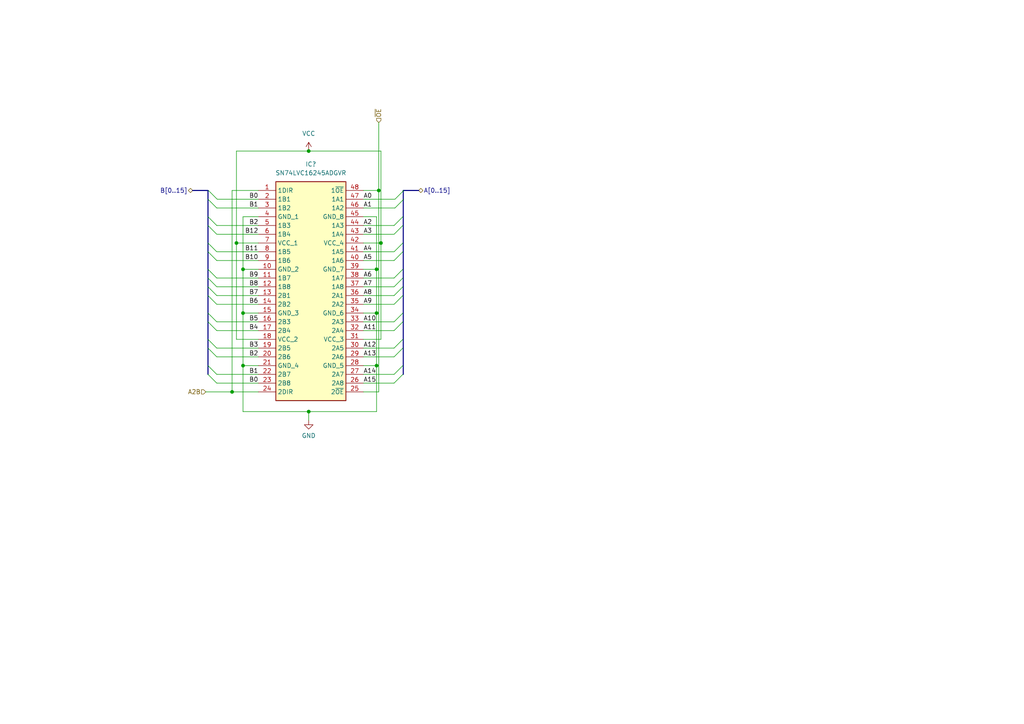
<source format=kicad_sch>
(kicad_sch (version 20231120) (generator "eeschema") (generator_version "8.0")
  (paper "A4")
  (lib_symbols
    (symbol "SN74LVC16245ADGVR:SN74LVC16245ADGVR"
      (property "Reference" "IC" (at 26.67 7.62 0))
      (property "Value" "SN74LVC16245ADGVR" (at 26.67 5.08 0))
      (symbol "SN74LVC16245ADGVR_1_1"
        (rectangle (start 5.08 2.54) (end 25.4 -60.96) (stroke (width 0.254)) (fill (type background)))
        (pin passive line (at 0 0 0) (length 5.08) (name "1DIR") (number "1"))
        (pin passive line (at 0 -22.86 0) (length 5.08) (name "GND_2") (number "10"))
        (pin passive line (at 0 -25.4 0) (length 5.08) (name "1B7") (number "11"))
        (pin passive line (at 0 -27.94 0) (length 5.08) (name "1B8") (number "12"))
        (pin passive line (at 0 -30.48 0) (length 5.08) (name "2B1") (number "13"))
        (pin passive line (at 0 -33.02 0) (length 5.08) (name "2B2") (number "14"))
        (pin passive line (at 0 -35.56 0) (length 5.08) (name "GND_3") (number "15"))
        (pin passive line (at 0 -38.1 0) (length 5.08) (name "2B3") (number "16"))
        (pin passive line (at 0 -40.64 0) (length 5.08) (name "2B4") (number "17"))
        (pin passive line (at 0 -43.18 0) (length 5.08) (name "VCC_2") (number "18"))
        (pin passive line (at 0 -45.72 0) (length 5.08) (name "2B5") (number "19"))
        (pin passive line (at 0 -2.54 0) (length 5.08) (name "1B1") (number "2"))
        (pin passive line (at 0 -48.26 0) (length 5.08) (name "2B6") (number "20"))
        (pin passive line (at 0 -50.8 0) (length 5.08) (name "GND_4") (number "21"))
        (pin passive line (at 0 -53.34 0) (length 5.08) (name "2B7") (number "22"))
        (pin passive line (at 0 -55.88 0) (length 5.08) (name "2B8") (number "23"))
        (pin passive line (at 0 -58.42 0) (length 5.08) (name "2DIR") (number "24"))
        (pin passive line (at 30.48 -58.42 180) (length 5.08) (name "2~{OE}") (number "25"))
        (pin passive line (at 30.48 -55.88 180) (length 5.08) (name "2A8") (number "26"))
        (pin passive line (at 30.48 -53.34 180) (length 5.08) (name "2A7") (number "27"))
        (pin passive line (at 30.48 -50.8 180) (length 5.08) (name "GND_5") (number "28"))
        (pin passive line (at 30.48 -48.26 180) (length 5.08) (name "2A6") (number "29"))
        (pin passive line (at 0 -5.08 0) (length 5.08) (name "1B2") (number "3"))
        (pin passive line (at 30.48 -45.72 180) (length 5.08) (name "2A5") (number "30"))
        (pin passive line (at 30.48 -43.18 180) (length 5.08) (name "VCC_3") (number "31"))
        (pin passive line (at 30.48 -40.64 180) (length 5.08) (name "2A4") (number "32"))
        (pin passive line (at 30.48 -38.1 180) (length 5.08) (name "2A3") (number "33"))
        (pin passive line (at 30.48 -35.56 180) (length 5.08) (name "GND_6") (number "34"))
        (pin passive line (at 30.48 -33.02 180) (length 5.08) (name "2A2") (number "35"))
        (pin passive line (at 30.48 -30.48 180) (length 5.08) (name "2A1") (number "36"))
        (pin passive line (at 30.48 -27.94 180) (length 5.08) (name "1A8") (number "37"))
        (pin passive line (at 30.48 -25.4 180) (length 5.08) (name "1A7") (number "38"))
        (pin passive line (at 30.48 -22.86 180) (length 5.08) (name "GND_7") (number "39"))
        (pin passive line (at 0 -7.62 0) (length 5.08) (name "GND_1") (number "4"))
        (pin passive line (at 30.48 -20.32 180) (length 5.08) (name "1A6") (number "40"))
        (pin passive line (at 30.48 -17.78 180) (length 5.08) (name "1A5") (number "41"))
        (pin passive line (at 30.48 -15.24 180) (length 5.08) (name "VCC_4") (number "42"))
        (pin passive line (at 30.48 -12.7 180) (length 5.08) (name "1A4") (number "43"))
        (pin passive line (at 30.48 -10.16 180) (length 5.08) (name "1A3") (number "44"))
        (pin passive line (at 30.48 -7.62 180) (length 5.08) (name "GND_8") (number "45"))
        (pin passive line (at 30.48 -5.08 180) (length 5.08) (name "1A2") (number "46"))
        (pin passive line (at 30.48 -2.54 180) (length 5.08) (name "1A1") (number "47"))
        (pin passive line (at 30.48 0 180) (length 5.08) (name "1~{OE}") (number "48"))
        (pin passive line (at 0 -10.16 0) (length 5.08) (name "1B3") (number "5"))
        (pin passive line (at 0 -12.7 0) (length 5.08) (name "1B4") (number "6"))
        (pin passive line (at 0 -15.24 0) (length 5.08) (name "VCC_1") (number "7"))
        (pin passive line (at 0 -17.78 0) (length 5.08) (name "1B5") (number "8"))
        (pin passive line (at 0 -20.32 0) (length 5.08) (name "1B6") (number "9"))
      )
    )
    (symbol "power:GND" (power) (pin_numbers hide) (pin_names (offset 0) hide)
      (property "Value" "GND" (at 0 -3.81 0))
      (symbol "GND_0_1"
        (polyline (pts (xy 0 0) (xy 0 -1.27) (xy 1.27 -1.27) (xy 0 -2.54) (xy -1.27 -1.27) (xy 0 -1.27)))
      )
      (symbol "GND_1_1"
        (pin power_in line (at 0 0 270) (length 0) (name "~") (number "1"))
      )
    )
    (symbol "power:VCC" (power) (pin_numbers hide) (pin_names (offset 0) hide)
      (property "Value" "VCC" (at 0 3.556 0))
      (symbol "VCC_0_1"
        (polyline (pts (xy -0.762 1.27) (xy 0 2.54)))
        (polyline (pts (xy 0 0) (xy 0 2.54)))
        (polyline (pts (xy 0 2.54) (xy 0.762 1.27)))
      )
      (symbol "VCC_1_1"
        (pin power_in line (at 0 0 90) (length 0) (name "~") (number "1"))
      )
    )
  )
  (junction (at 67.31 113.665))
  (junction (at 109.22 78.105))
  (junction (at 70.485 106.045))
  (junction (at 89.535 119.38))
  (junction (at 70.485 90.805))
  (junction (at 109.855 55.245))
  (junction (at 109.22 106.045))
  (junction (at 109.22 90.805))
  (junction (at 89.535 43.815))
  (junction (at 70.485 78.105))
  (junction (at 110.49 70.485))
  (junction (at 68.58 70.485))
  (bus_entry (at 60.325 65.405) (size 2.54 2.54))
  (bus_entry (at 60.325 85.725) (size 2.54 2.54))
  (bus_entry (at 60.325 70.485) (size 2.54 2.54))
  (bus_entry (at 117.094 55.245) (size -2.54 2.54))
  (bus_entry (at 60.325 90.805) (size 2.54 2.54))
  (bus_entry (at 60.325 78.105) (size 2.54 2.54))
  (bus_entry (at 60.325 62.865) (size 2.54 2.54))
  (bus_entry (at 60.325 100.965) (size 2.54 2.54))
  (bus_entry (at 116.84 100.965) (size -2.54 2.54))
  (bus_entry (at 116.84 93.345) (size -2.54 2.54))
  (bus_entry (at 116.84 106.045) (size -2.54 2.54))
  (bus_entry (at 116.84 90.805) (size -2.54 2.54))
  (bus_entry (at 116.84 62.865) (size -2.54 2.54))
  (bus_entry (at 60.325 108.585) (size 2.54 2.54))
  (bus_entry (at 117.094 57.785) (size -2.54 2.54))
  (bus_entry (at 116.84 78.105) (size -2.54 2.54))
  (bus_entry (at 60.325 106.045) (size 2.54 2.54))
  (bus_entry (at 116.84 98.425) (size -2.54 2.54))
  (bus_entry (at 116.84 65.405) (size -2.54 2.54))
  (bus_entry (at 60.452 55.245) (size 2.54 2.54))
  (bus_entry (at 116.84 83.185) (size -2.54 2.54))
  (bus_entry (at 60.325 98.425) (size 2.54 2.54))
  (bus_entry (at 116.84 80.645) (size -2.54 2.54))
  (bus_entry (at 60.325 83.185) (size 2.54 2.54))
  (bus_entry (at 60.325 73.025) (size 2.54 2.54))
  (bus_entry (at 60.325 93.345) (size 2.54 2.54))
  (bus_entry (at 116.84 70.485) (size -2.54 2.54))
  (bus_entry (at 116.84 85.725) (size -2.54 2.54))
  (bus_entry (at 116.84 73.025) (size -2.54 2.54))
  (bus_entry (at 60.325 80.645) (size 2.54 2.54))
  (bus_entry (at 116.84 108.585) (size -2.54 2.54))
  (bus_entry (at 60.325 57.785) (size 2.54 2.54))
  (wire (pts (xy 74.93 73.025) (xy 62.865 73.025)))
  (wire (pts (xy 67.31 113.665) (xy 74.93 113.665)))
  (wire (pts (xy 105.41 103.505) (xy 114.3 103.505)))
  (wire (pts (xy 105.41 83.185) (xy 114.3 83.185)))
  (wire (pts (xy 74.93 103.505) (xy 62.865 103.505)))
  (wire (pts (xy 89.535 43.815) (xy 110.49 43.815)))
  (bus (pts (xy 116.967 55.245) (xy 116.967 108.585)))
  (wire (pts (xy 89.535 43.815) (xy 68.58 43.815)))
  (wire (pts (xy 109.22 106.045) (xy 109.22 90.805)))
  (bus (pts (xy 60.325 100.965) (xy 60.325 106.045)))
  (wire (pts (xy 89.535 119.38) (xy 109.22 119.38)))
  (wire (pts (xy 70.485 90.805) (xy 70.485 106.045)))
  (wire (pts (xy 109.855 55.245) (xy 105.41 55.245)))
  (wire (pts (xy 109.22 62.865) (xy 109.22 78.105)))
  (wire (pts (xy 74.93 93.345) (xy 62.865 93.345)))
  (wire (pts (xy 70.485 62.865) (xy 70.485 78.105)))
  (wire (pts (xy 70.485 78.105) (xy 70.485 90.805)))
  (wire (pts (xy 105.41 100.965) (xy 114.3 100.965)))
  (bus (pts (xy 121.412 55.245) (xy 117.094 55.245)))
  (bus (pts (xy 60.325 83.185) (xy 60.325 85.725)))
  (wire (pts (xy 105.41 80.645) (xy 114.3 80.645)))
  (wire (pts (xy 70.485 106.045) (xy 74.93 106.045)))
  (wire (pts (xy 105.41 67.945) (xy 114.3 67.945)))
  (wire (pts (xy 109.22 78.105) (xy 109.22 90.805)))
  (wire (pts (xy 109.22 90.805) (xy 105.41 90.805)))
  (wire (pts (xy 105.41 57.785) (xy 114.554 57.785)))
  (wire (pts (xy 109.855 35.56) (xy 109.855 55.245)))
  (wire (pts (xy 74.93 85.725) (xy 62.865 85.725)))
  (wire (pts (xy 110.49 43.815) (xy 110.49 70.485)))
  (wire (pts (xy 70.485 106.045) (xy 70.485 119.38)))
  (bus (pts (xy 60.325 62.865) (xy 60.325 65.405)))
  (wire (pts (xy 105.41 60.325) (xy 114.554 60.325)))
  (bus (pts (xy 60.325 78.105) (xy 60.325 80.645)))
  (wire (pts (xy 110.49 70.485) (xy 105.41 70.485)))
  (wire (pts (xy 59.69 113.665) (xy 67.31 113.665)))
  (wire (pts (xy 70.485 119.38) (xy 89.535 119.38)))
  (wire (pts (xy 68.58 70.485) (xy 74.93 70.485)))
  (wire (pts (xy 109.855 113.665) (xy 105.41 113.665)))
  (wire (pts (xy 74.93 65.405) (xy 62.865 65.405)))
  (bus (pts (xy 60.325 98.425) (xy 60.325 100.965)))
  (wire (pts (xy 105.41 111.125) (xy 114.3 111.125)))
  (bus (pts (xy 55.88 55.245) (xy 60.325 55.245)))
  (bus (pts (xy 60.325 85.725) (xy 60.325 90.805)))
  (bus (pts (xy 60.325 70.485) (xy 60.325 73.025)))
  (wire (pts (xy 105.41 93.345) (xy 114.3 93.345)))
  (bus (pts (xy 60.325 73.025) (xy 60.325 78.105)))
  (bus (pts (xy 60.325 93.345) (xy 60.325 98.425)))
  (wire (pts (xy 74.93 83.185) (xy 62.865 83.185)))
  (wire (pts (xy 105.41 65.405) (xy 114.3 65.405)))
  (wire (pts (xy 74.93 62.865) (xy 70.485 62.865)))
  (wire (pts (xy 70.485 78.105) (xy 74.93 78.105)))
  (wire (pts (xy 110.49 98.425) (xy 105.41 98.425)))
  (wire (pts (xy 105.41 88.265) (xy 114.3 88.265)))
  (wire (pts (xy 109.22 119.38) (xy 109.22 106.045)))
  (wire (pts (xy 109.22 106.045) (xy 105.41 106.045)))
  (wire (pts (xy 105.41 85.725) (xy 114.3 85.725)))
  (wire (pts (xy 74.93 111.125) (xy 62.865 111.125)))
  (wire (pts (xy 68.58 43.815) (xy 68.58 70.485)))
  (bus (pts (xy 60.325 90.805) (xy 60.325 93.345)))
  (wire (pts (xy 70.485 90.805) (xy 74.93 90.805)))
  (wire (pts (xy 105.41 108.585) (xy 114.3 108.585)))
  (wire (pts (xy 74.93 100.965) (xy 62.865 100.965)))
  (wire (pts (xy 105.41 73.025) (xy 114.3 73.025)))
  (wire (pts (xy 74.93 55.245) (xy 67.31 55.245)))
  (wire (pts (xy 74.93 57.785) (xy 62.992 57.785)))
  (bus (pts (xy 60.325 55.245) (xy 60.325 57.785)))
  (wire (pts (xy 105.41 95.885) (xy 114.3 95.885)))
  (wire (pts (xy 105.41 78.105) (xy 109.22 78.105)))
  (wire (pts (xy 89.535 121.92) (xy 89.535 119.38)))
  (wire (pts (xy 109.855 55.245) (xy 109.855 113.665)))
  (wire (pts (xy 74.93 108.585) (xy 62.865 108.585)))
  (wire (pts (xy 74.93 80.645) (xy 62.865 80.645)))
  (wire (pts (xy 74.93 75.565) (xy 62.865 75.565)))
  (wire (pts (xy 110.49 70.485) (xy 110.49 98.425)))
  (bus (pts (xy 117.094 55.245) (xy 116.967 55.245)))
  (wire (pts (xy 68.58 98.425) (xy 74.93 98.425)))
  (wire (pts (xy 74.93 88.265) (xy 62.865 88.265)))
  (wire (pts (xy 105.41 62.865) (xy 109.22 62.865)))
  (wire (pts (xy 74.93 60.325) (xy 62.865 60.325)))
  (wire (pts (xy 67.31 55.245) (xy 67.31 113.665)))
  (wire (pts (xy 74.93 95.885) (xy 62.865 95.885)))
  (wire (pts (xy 105.41 75.565) (xy 114.3 75.565)))
  (bus (pts (xy 60.325 65.405) (xy 60.325 70.485)))
  (bus (pts (xy 60.325 57.785) (xy 60.325 62.865)))
  (bus (pts (xy 60.325 80.645) (xy 60.325 83.185)))
  (wire (pts (xy 68.58 70.485) (xy 68.58 98.425)))
  (bus (pts (xy 60.325 106.045) (xy 60.325 108.585)))
  (wire (pts (xy 74.93 67.945) (xy 62.865 67.945)))
  (label "B6" (at 74.93 88.265 180))
  (label "B2" (at 74.93 65.405 180))
  (label "A9" (at 105.41 88.265 0))
  (label "B2" (at 74.93 103.505 180))
  (label "A12" (at 105.41 100.965 0))
  (label "B3" (at 74.93 100.965 180))
  (label "B1" (at 74.93 108.585 180))
  (label "B8" (at 74.93 83.185 180))
  (label "A0" (at 105.41 57.785 0))
  (label "A11" (at 105.41 95.885 0))
  (label "A5" (at 105.41 75.565 0))
  (label "B4" (at 74.93 95.885 180))
  (label "B7" (at 74.93 85.725 180))
  (label "B12" (at 74.93 67.945 180))
  (label "A6" (at 105.41 80.645 0))
  (label "B0" (at 74.93 111.125 180))
  (label "B9" (at 74.93 80.645 180))
  (label "B11" (at 74.93 73.025 180))
  (label "B0" (at 74.93 57.785 180))
  (label "A15" (at 105.41 111.125 0))
  (label "B5" (at 74.93 93.345 180))
  (label "A14" (at 105.41 108.585 0))
  (label "B10" (at 74.93 75.565 180))
  (label "A3" (at 105.41 67.945 0))
  (label "A8" (at 105.41 85.725 0))
  (label "B1" (at 74.93 60.325 180))
  (label "A10" (at 105.41 93.345 0))
  (label "A1" (at 105.41 60.325 0))
  (label "A13" (at 105.41 103.505 0))
  (label "A4" (at 105.41 73.025 0))
  (label "A2" (at 105.41 65.405 0))
  (label "A7" (at 105.41 83.185 0))
  (hierarchical_label "A[0..15]" (shape bidirectional) (at 121.412 55.245 0))
  (hierarchical_label "~{OE}" (shape input) (at 109.855 35.56 90))
  (hierarchical_label "A2B" (shape input) (at 59.69 113.665 180))
  (hierarchical_label "B[0..15]" (shape bidirectional) (at 55.88 55.245 180))
  (symbol (lib_id "SN74LVC16245ADGVR:SN74LVC16245ADGVR") (at 74.93 55.245 0) (unit 1)
    (property "Reference" "IC?" (at 90.17 47.625 0))
    (property "Value" "SN74LVC16245ADGVR" (at 90.17 50.165 0))
    (property "Footprint" "sn74lvc:SOP40P640X120-48N" (effects (hide yes)))
    (property "Datasheet" "http://www.ti.com/lit/gpn/sn74lvc16245a" (effects (hide yes)))
    (property "Description" "16-Bit Bus Transceiver With 3-State Outputs" (effects (hide yes)))
    (property "Height" "1.2" (effects (hide yes)))
    (property "Mouser Part Number" "595-SNLVC16245ADGVR" (effects (hide yes)))
    (property "Mouser Price/Stock" "https://www.mouser.co.uk/ProductDetail/Texas-Instruments/SN74LVC16245ADGVR?qs=Tv815z3GeNSJvvXoY%2FT5Yg%3D%3D" (effects (hide yes)))
    (property "Manufacturer_Name" "Texas Instruments" (effects (hide yes)))
    (property "Manufacturer_Part_Number" "SN74LVC16245ADGVR" (effects (hide yes)))
  )
  (symbol (lib_id "power:VCC") (at 89.535 43.815 0) (unit 1)
    (property "Reference" "#PWR031" (effects (hide yes)))
    (property "Value" "VCC" (at 89.535 38.735 0))
    (property "Description" "Power symbol creates a global label with name \"VCC\"" (effects (hide yes)))
  )
  (symbol (lib_id "power:GND") (at 89.535 121.92 0) (unit 1)
    (property "Reference" "#PWR032" (effects (hide yes)))
    (property "Value" "GND" (at 89.535 126.365 0))
    (property "Description" "Power symbol creates a global label with name \"GND\" , ground" (effects (hide yes)))
  )
)
</source>
